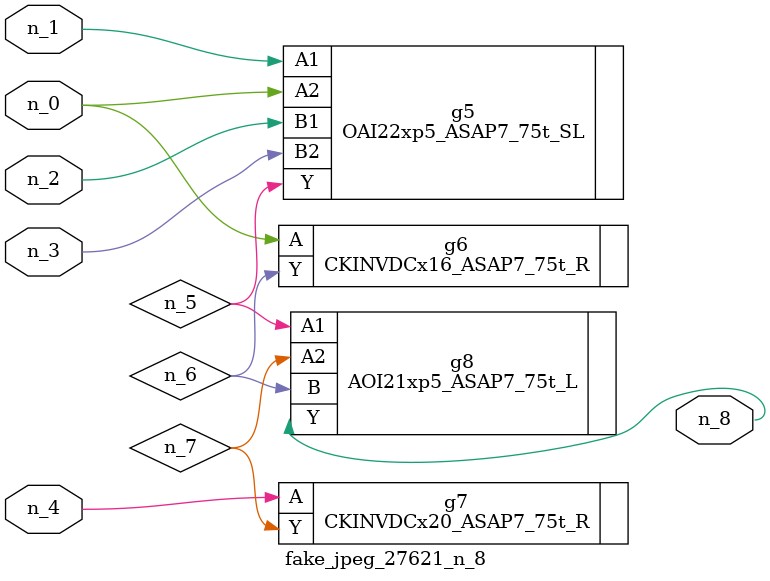
<source format=v>
module fake_jpeg_27621_n_8 (n_3, n_2, n_1, n_0, n_4, n_8);

input n_3;
input n_2;
input n_1;
input n_0;
input n_4;

output n_8;

wire n_6;
wire n_5;
wire n_7;

OAI22xp5_ASAP7_75t_SL g5 ( 
.A1(n_1),
.A2(n_0),
.B1(n_2),
.B2(n_3),
.Y(n_5)
);

CKINVDCx16_ASAP7_75t_R g6 ( 
.A(n_0),
.Y(n_6)
);

CKINVDCx20_ASAP7_75t_R g7 ( 
.A(n_4),
.Y(n_7)
);

AOI21xp5_ASAP7_75t_L g8 ( 
.A1(n_5),
.A2(n_7),
.B(n_6),
.Y(n_8)
);


endmodule
</source>
